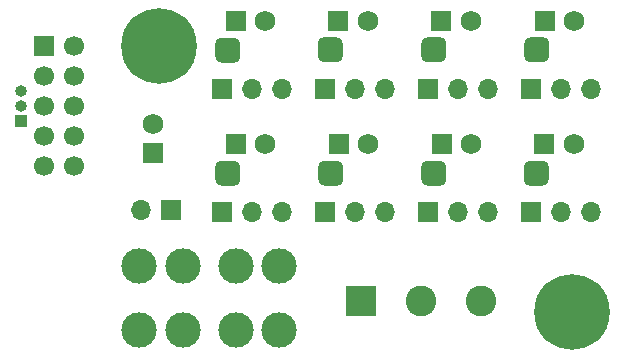
<source format=gbr>
%TF.GenerationSoftware,KiCad,Pcbnew,(5.1.10-1-10_14)*%
%TF.CreationDate,2022-01-16T00:04:22-08:00*%
%TF.ProjectId,FanExpander-kicad,46616e45-7870-4616-9e64-65722d6b6963,rev?*%
%TF.SameCoordinates,Original*%
%TF.FileFunction,Soldermask,Top*%
%TF.FilePolarity,Negative*%
%FSLAX46Y46*%
G04 Gerber Fmt 4.6, Leading zero omitted, Abs format (unit mm)*
G04 Created by KiCad (PCBNEW (5.1.10-1-10_14)) date 2022-01-16 00:04:22*
%MOMM*%
%LPD*%
G01*
G04 APERTURE LIST*
%ADD10O,2.100000X1.000000*%
%ADD11O,1.000000X2.100000*%
%ADD12O,2.100000X2.100000*%
%ADD13C,2.600000*%
%ADD14R,2.600000X2.600000*%
%ADD15R,1.000000X1.000000*%
%ADD16O,1.000000X1.000000*%
%ADD17C,3.000000*%
%ADD18R,1.700000X1.700000*%
%ADD19C,1.700000*%
%ADD20R,1.750000X1.750000*%
%ADD21C,1.750000*%
%ADD22C,6.400000*%
%ADD23O,1.700000X1.700000*%
G04 APERTURE END LIST*
D10*
%TO.C,D8*%
X81965800Y-62365800D03*
X81965800Y-63465800D03*
D11*
X81415800Y-62915800D03*
X82515800Y-62915800D03*
D12*
X81965800Y-62915800D03*
%TD*%
D10*
%TO.C,D7*%
X73253600Y-51926400D03*
X73253600Y-53026400D03*
D11*
X72703600Y-52476400D03*
X73803600Y-52476400D03*
D12*
X73253600Y-52476400D03*
%TD*%
D10*
%TO.C,D6*%
X73279000Y-62365800D03*
X73279000Y-63465800D03*
D11*
X72729000Y-62915800D03*
X73829000Y-62915800D03*
D12*
X73279000Y-62915800D03*
%TD*%
D10*
%TO.C,D5*%
X64516600Y-51926400D03*
X64516600Y-53026400D03*
D11*
X63966600Y-52476400D03*
X65066600Y-52476400D03*
D12*
X64516600Y-52476400D03*
%TD*%
D10*
%TO.C,D4*%
X64541400Y-62365800D03*
X64541400Y-63465800D03*
D11*
X63991400Y-62915800D03*
X65091400Y-62915800D03*
D12*
X64541400Y-62915800D03*
%TD*%
D10*
%TO.C,D3*%
X55829200Y-62365800D03*
X55829200Y-63465800D03*
D11*
X55279200Y-62915800D03*
X56379200Y-62915800D03*
D12*
X55829200Y-62915800D03*
%TD*%
D10*
%TO.C,D2*%
X81978500Y-51926400D03*
X81978500Y-53026400D03*
D11*
X81428500Y-52476400D03*
X82528500Y-52476400D03*
D12*
X81978500Y-52476400D03*
%TD*%
D10*
%TO.C,D1*%
X55829200Y-51977200D03*
X55829200Y-53077200D03*
D11*
X55279200Y-52527200D03*
X56379200Y-52527200D03*
D12*
X55829200Y-52527200D03*
%TD*%
D13*
%TO.C,J12*%
X77292200Y-73710800D03*
X72212200Y-73710800D03*
D14*
X67132200Y-73710800D03*
%TD*%
D15*
%TO.C,JP10*%
X38303200Y-58470800D03*
D16*
X38303200Y-57200800D03*
X38303200Y-55930800D03*
%TD*%
D17*
%TO.C,F1*%
X48304400Y-70764400D03*
X52004400Y-70764400D03*
X56504400Y-70764400D03*
X60204400Y-70764400D03*
%TD*%
%TO.C,F2*%
X48304400Y-76225400D03*
X52004400Y-76225400D03*
X56504400Y-76225400D03*
X60204400Y-76225400D03*
%TD*%
D18*
%TO.C,J8*%
X40284400Y-52158900D03*
D19*
X42824400Y-52158900D03*
X40284400Y-54698900D03*
X42824400Y-54698900D03*
X40284400Y-57238900D03*
X42824400Y-57238900D03*
X40284400Y-59778900D03*
X42824400Y-59778900D03*
X40284400Y-62318900D03*
X42824400Y-62318900D03*
%TD*%
D20*
%TO.C,J3*%
X65189100Y-50038000D03*
D21*
X67689100Y-50038000D03*
%TD*%
D22*
%TO.C,MH1*%
X50012600Y-52146200D03*
%TD*%
D18*
%TO.C,J9*%
X51003200Y-66065400D03*
D23*
X48463200Y-66065400D03*
%TD*%
D22*
%TO.C,MH2*%
X85012600Y-74646200D03*
%TD*%
D18*
%TO.C,JP0*%
X55346600Y-66192400D03*
D23*
X57886600Y-66192400D03*
X60426600Y-66192400D03*
%TD*%
D20*
%TO.C,J10*%
X49479200Y-61239400D03*
D21*
X49479200Y-58739400D03*
%TD*%
D20*
%TO.C,J0*%
X56489600Y-60464700D03*
D21*
X58989600Y-60464700D03*
%TD*%
D18*
%TO.C,JP7*%
X81483200Y-55778400D03*
D23*
X84023200Y-55778400D03*
X86563200Y-55778400D03*
%TD*%
D18*
%TO.C,JP1*%
X55346600Y-55778400D03*
D23*
X57886600Y-55778400D03*
X60426600Y-55778400D03*
%TD*%
D20*
%TO.C,J7*%
X82664300Y-50038000D03*
D21*
X85164300Y-50038000D03*
%TD*%
D20*
%TO.C,J1*%
X56515000Y-50038000D03*
D21*
X59015000Y-50038000D03*
%TD*%
D20*
%TO.C,J6*%
X82638900Y-60464700D03*
D21*
X85138900Y-60464700D03*
%TD*%
D20*
%TO.C,J5*%
X73914000Y-50038000D03*
D21*
X76414000Y-50038000D03*
%TD*%
D18*
%TO.C,JP6*%
X81483200Y-66192400D03*
D23*
X84023200Y-66192400D03*
X86563200Y-66192400D03*
%TD*%
D18*
%TO.C,JP5*%
X72771000Y-55778400D03*
D23*
X75311000Y-55778400D03*
X77851000Y-55778400D03*
%TD*%
D20*
%TO.C,J4*%
X73939400Y-60464700D03*
D21*
X76439400Y-60464700D03*
%TD*%
D18*
%TO.C,JP4*%
X72771000Y-66192400D03*
D23*
X75311000Y-66192400D03*
X77851000Y-66192400D03*
%TD*%
D18*
%TO.C,JP3*%
X64058800Y-55778400D03*
D23*
X66598800Y-55778400D03*
X69138800Y-55778400D03*
%TD*%
D20*
%TO.C,J2*%
X65214500Y-60464700D03*
D21*
X67714500Y-60464700D03*
%TD*%
D18*
%TO.C,JP2*%
X64058800Y-66192400D03*
D23*
X66598800Y-66192400D03*
X69138800Y-66192400D03*
%TD*%
M02*

</source>
